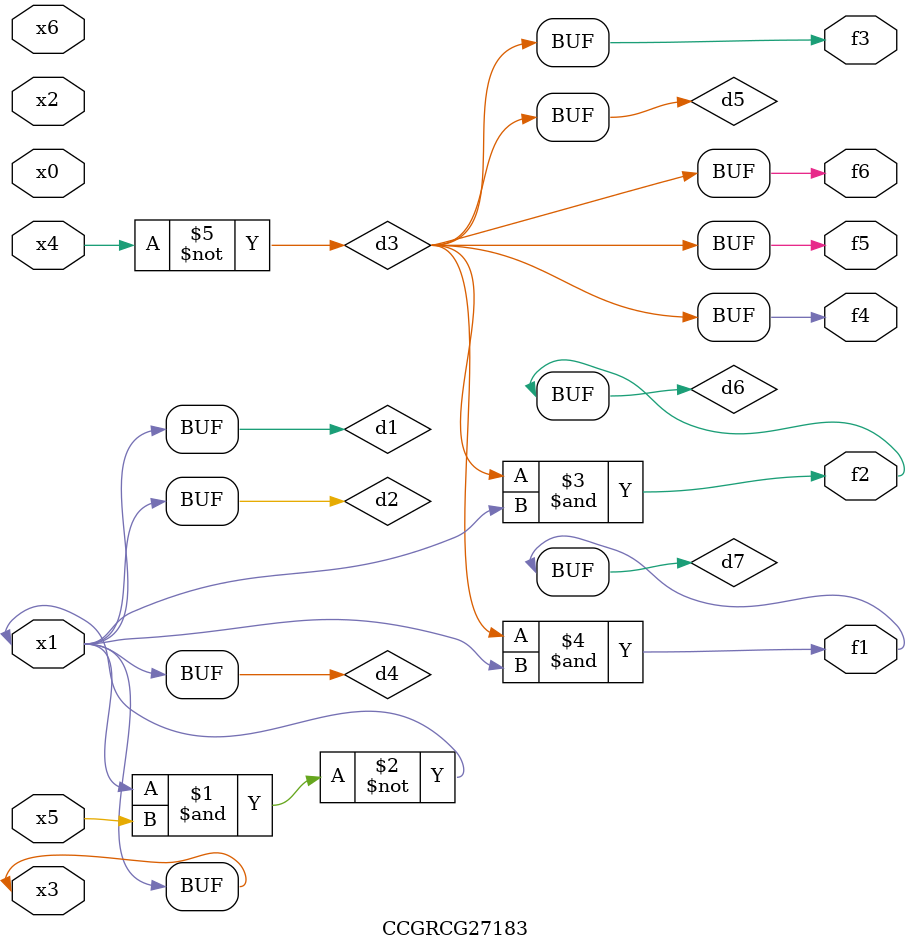
<source format=v>
module CCGRCG27183(
	input x0, x1, x2, x3, x4, x5, x6,
	output f1, f2, f3, f4, f5, f6
);

	wire d1, d2, d3, d4, d5, d6, d7;

	buf (d1, x1, x3);
	nand (d2, x1, x5);
	not (d3, x4);
	buf (d4, d1, d2);
	buf (d5, d3);
	and (d6, d3, d4);
	and (d7, d3, d4);
	assign f1 = d7;
	assign f2 = d6;
	assign f3 = d5;
	assign f4 = d5;
	assign f5 = d5;
	assign f6 = d5;
endmodule

</source>
